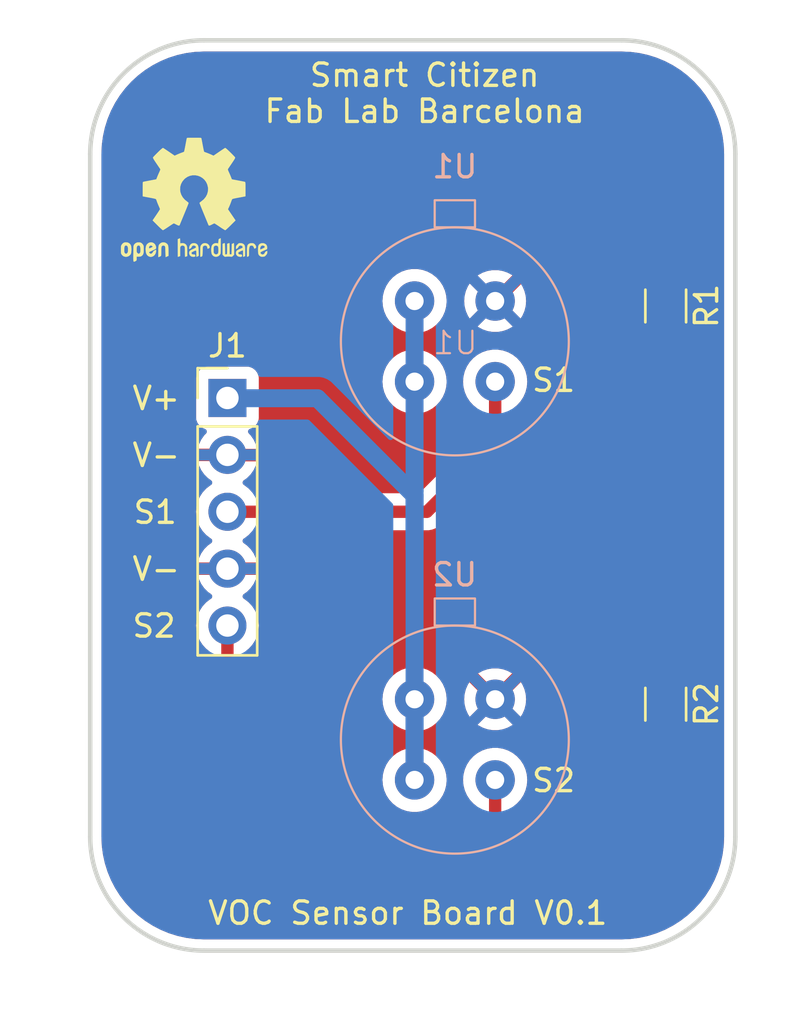
<source format=kicad_pcb>
(kicad_pcb (version 20240108) (generator "pcbnew") (generator_version "8.0")
  (layers (0 "F.Cu" signal) (31 "B.Cu" signal) (34 "B.Paste" user) (35 "F.Paste" user) (36 "B.SilkS" user "B.Silkscreen") (37 "F.SilkS" user "F.Silkscreen") (38 "B.Mask" user) (39 "F.Mask" user) (44 "Edge.Cuts" user))
  (net 0 "")
  (net 1 "Vin")
  (net 2 "GND")
  (net 3 "Vout1")
  (net 4 "Vout2")
  (footprint "Connector_PinHeader_2.54mm:PinHeader_1x05_P2.54mm_Vertical" (layer "F.Cu") (at 130.49 85.43825)
    (property "Reference" "J1" (at 0 -2.33 0) (layer "F.SilkS"))
    (property "Value" "Conn_01x05_Pin" (hide yes))
    (fp_line (start -1.33 -1.33) (end 0 -1.33) (stroke (width 0.12)) (layer "F.SilkS"))
    (fp_line (start -1.33 0) (end -1.33 -1.33) (stroke (width 0.12)) (layer "F.SilkS"))
    (fp_line (start -1.33 1.27) (end -1.33 11.49) (stroke (width 0.12)) (layer "F.SilkS"))
    (fp_line (start -1.33 1.27) (end 1.33 1.27) (stroke (width 0.12)) (layer "F.SilkS"))
    (fp_line (start -1.33 11.49) (end 1.33 11.49) (stroke (width 0.12)) (layer "F.SilkS"))
    (fp_line (start 1.33 1.27) (end 1.33 11.49) (stroke (width 0.12)) (layer "F.SilkS"))
    (pad "1" thru_hole rect (at 0 0) (size 1.7 1.7) (drill 1) (layers "*.Cu" "*.Mask") (net 1 "Vin"))
    (pad "2" thru_hole oval (at 0 2.54) (size 1.7 1.7) (drill 1) (layers "*.Cu" "*.Mask") (net 2 "GND"))
    (pad "3" thru_hole oval (at 0 5.08) (size 1.7 1.7) (drill 1) (layers "*.Cu" "*.Mask") (net 3 "Vout1"))
    (pad "4" thru_hole oval (at 0 7.62) (size 1.7 1.7) (drill 1) (layers "*.Cu" "*.Mask") (net 2 "GND"))
    (pad "5" thru_hole oval (at 0 10.16) (size 1.7 1.7) (drill 1) (layers "*.Cu" "*.Mask") (net 4 "Vout2"))
  )
  (footprint "Resistor_SMD:R_1206_3216Metric" (layer "F.Cu") (at 150.07 99.11 -90)
    (property "Reference" "R2" (at 0 -1.82 -90) (layer "F.SilkS"))
    (property "Value" "R_1206" (hide yes))
    (fp_line (start -0.727064 0.91) (end 0.727064 0.91) (stroke (width 0.12)) (layer "F.SilkS"))
    (fp_line (start -0.727064 -0.91) (end 0.727064 -0.91) (stroke (width 0.12)) (layer "F.SilkS"))
    (pad "1" smd roundrect (at -1.4625 0 270) (size 1.125 1.75) (layers "F.Cu" "F.Paste" "F.Mask") (roundrect_rratio 0.222222) (net 2 "GND"))
    (pad "2" smd roundrect (at 1.4625 0 270) (size 1.125 1.75) (layers "F.Cu" "F.Paste" "F.Mask") (roundrect_rratio 0.222222) (net 4 "Vout2"))
  )
  (footprint "fab:TGS-2600" (layer "F.Cu") (at 140.65 96.19)
    (property "Reference" "U2" (hide yes))
    (property "Value" "~" (hide yes))
    (fp_rect (start -0.9 -1.8) (end 0.9 -0.591168) (stroke (width 0.1)) (fill none) (layer "B.SilkS"))
    (fp_circle (center 0 4.5) (end 5.091169 4.5) (stroke (width 0.1)) (fill none) (layer "B.SilkS"))
    (fp_text user "${REFERENCE}" (at -0.01 -2.86 0) (layer "B.SilkS") (effects (justify mirror)))
    (pad "1" thru_hole circle (at 1.8 2.7) (size 1.76 1.76) (drill 0.81) (layers "*.Cu" "*.Mask") (net 2 "GND"))
    (pad "2" thru_hole circle (at 1.8 6.3) (size 1.76 1.76) (drill 0.81) (layers "*.Cu" "*.Mask") (net 4 "Vout2"))
    (pad "3" thru_hole circle (at -1.8 6.3) (size 1.76 1.76) (drill 0.81) (layers "*.Cu" "*.Mask") (net 1 "Vin"))
    (pad "4" thru_hole circle (at -1.8 2.7) (size 1.76 1.76) (drill 0.81) (layers "*.Cu" "*.Mask") (net 1 "Vin"))
  )
  (footprint "Resistor_SMD:R_1206_3216Metric" (layer "F.Cu") (at 150.07 81.33 -90)
    (property "Reference" "R1" (at 0 -1.82 -90) (layer "F.SilkS"))
    (property "Value" "R_1206" (hide yes))
    (fp_line (start -0.727064 0.91) (end 0.727064 0.91) (stroke (width 0.12)) (layer "F.SilkS"))
    (fp_line (start -0.727064 -0.91) (end 0.727064 -0.91) (stroke (width 0.12)) (layer "F.SilkS"))
    (pad "1" smd roundrect (at -1.4625 0 270) (size 1.125 1.75) (layers "F.Cu" "F.Paste" "F.Mask") (roundrect_rratio 0.222222) (net 2 "GND"))
    (pad "2" smd roundrect (at 1.4625 0 270) (size 1.125 1.75) (layers "F.Cu" "F.Paste" "F.Mask") (roundrect_rratio 0.222222) (net 3 "Vout1"))
  )
  (footprint "fab:TGS-2600" (layer "F.Cu") (at 140.65 78.41)
    (property "Reference" "U1" (at 0.02 4.57 0) (layer "B.SilkS") (effects (font (thickness 0.1)) (justify mirror)))
    (property "Value" "~" (hide yes))
    (fp_rect (start -0.9 -1.8) (end 0.9 -0.591168) (stroke (width 0.1)) (fill none) (layer "B.SilkS"))
    (fp_circle (center 0 4.5) (end 5.091169 4.5) (stroke (width 0.1)) (fill none) (layer "B.SilkS"))
    (fp_text user "${REFERENCE}" (at 0 -3.3 0) (layer "B.SilkS") (effects (justify mirror)))
    (pad "1" thru_hole circle (at 1.8 2.7) (size 1.76 1.76) (drill 0.81) (layers "*.Cu" "*.Mask") (net 2 "GND"))
    (pad "2" thru_hole circle (at 1.8 6.3) (size 1.76 1.76) (drill 0.81) (layers "*.Cu" "*.Mask") (net 3 "Vout1"))
    (pad "3" thru_hole circle (at -1.8 6.3) (size 1.76 1.76) (drill 0.81) (layers "*.Cu" "*.Mask") (net 1 "Vin"))
    (pad "4" thru_hole circle (at -1.8 2.7) (size 1.76 1.76) (drill 0.81) (layers "*.Cu" "*.Mask") (net 1 "Vin"))
  )
  (footprint "Symbol:OSHW-Logo2_7.3x6mm_SilkScreen" (layer "F.Cu") (at 129 76.58)
    (property "Reference" "REF**" (hide yes))
    (property "Value" "OSHW-Logo2_7.3x6mm_SilkScreen" (hide yes))
    (fp_poly (pts (xy 2.6526 1.958752) (xy 2.669948 1.966334) (xy 2.711356 1.999128) (xy 2.746765 2.046547) (xy 2.768664 2.097151) (xy 2.772229 2.122098) (xy 2.760279 2.156927) (xy 2.734067 2.175357) (xy 2.705964 2.186516) (xy 2.693095 2.188572) (xy 2.686829 2.173649) (xy 2.674456 2.141175) (xy 2.669028 2.126502) (xy 2.63859 2.075744) (xy 2.59452 2.050427) (xy 2.53801 2.051206) (xy 2.533825 2.052203) (xy 2.503655 2.066507) (xy 2.481476 2.094393) (xy 2.466327 2.139287) (xy 2.45725 2.204615) (xy 2.453286 2.293804) (xy 2.452914 2.341261) (xy 2.45273 2.416071) (xy 2.451522 2.467069) (xy 2.448309 2.499471) (xy 2.442109 2.518495) (xy 2.43194 2.529356) (xy 2.416819 2.537272) (xy 2.415946 2.53767) (xy 2.386828 2.549981) (xy 2.372403 2.554514) (xy 2.370186 2.540809) (xy 2.368289 2.502925) (xy 2.366847 2.445715) (xy 2.365998 2.374027) (xy 2.365829 2.321565) (xy 2.366692 2.220047) (xy 2.37007 2.143032) (xy 2.377142 2.086023) (xy 2.389088 2.044526) (xy 2.40709 2.014043) (xy 2.432327 1.99008) (xy 2.457247 1.973355) (xy 2.517171 1.951097) (xy 2.586911 1.946076) (xy 2.6526 1.958752)) (stroke (width 0.01)) (fill solid) (layer "F.SilkS"))
    (fp_poly (pts (xy -1.283907 1.92778) (xy -1.237328 1.954723) (xy -1.204943 1.981466) (xy -1.181258 2.009484) (xy -1.164941 2.043748) (xy -1.154661 2.089227) (xy -1.149086 2.150892) (xy -1.146884 2.233711) (xy -1.146629 2.293246) (xy -1.146629 2.512391) (xy -1.208314 2.540044) (xy -1.27 2.567697) (xy -1.277257 2.32767) (xy -1.280256 2.238028) (xy -1.283402 2.172962) (xy -1.287299 2.128026) (xy -1.292553 2.09877) (xy -1.299769 2.080748) (xy -1.30955 2.069511) (xy -1.312688 2.067079) (xy -1.360239 2.048083) (xy -1.408303 2.0556) (xy -1.436914 2.075543) (xy -1.448553 2.089675) (xy -1.456609 2.10822) (xy -1.461729 2.136334) (xy -1.464559 2.179173) (xy -1.465744 2.241895) (xy -1.465943 2.307261) (xy -1.465982 2.389268) (xy -1.467386 2.447316) (xy -1.472086 2.486465) (xy -1.482013 2.51178) (xy -1.499097 2.528323) (xy -1.525268 2.541156) (xy -1.560225 2.554491) (xy -1.598404 2.569007) (xy -1.593859 2.311389) (xy -1.592029 2.218519) (xy -1.589888 2.149889) (xy -1.586819 2.100711) (xy -1.582206 2.066198) (xy -1.575432 2.041562) (xy -1.565881 2.022016) (xy -1.554366 2.00477) (xy -1.49881 1.94968) (xy -1.43102 1.917822) (xy -1.357287 1.910191) (xy -1.283907 1.92778)) (stroke (width 0.01)) (fill solid) (layer "F.SilkS"))
    (fp_poly (pts (xy 0.529926 1.949755) (xy 0.595858 1.974084) (xy 0.649273 2.017117) (xy 0.670164 2.047409) (xy 0.692939 2.102994) (xy 0.692466 2.143186) (xy 0.668562 2.170217) (xy 0.659717 2.174813) (xy 0.62153 2.189144) (xy 0.602028 2.185472) (xy 0.595422 2.161407) (xy 0.595086 2.148114) (xy 0.582992 2.09921) (xy 0.551471 2.064999) (xy 0.507659 2.048476) (xy 0.458695 2.052634) (xy 0.418894 2.074227) (xy 0.40545 2.086544) (xy 0.395921 2.101487) (xy 0.389485 2.124075) (xy 0.385317 2.159328) (xy 0.382597 2.212266) (xy 0.380502 2.287907) (xy 0.37996 2.311857) (xy 0.377981 2.39379) (xy 0.375731 2.451455) (xy 0.372357 2.489608) (xy 0.367006 2.513004) (xy 0.358824 2.526398) (xy 0.346959 2.534545) (xy 0.339362 2.538144) (xy 0.307102 2.550452) (xy 0.288111 2.554514) (xy 0.281836 2.540948) (xy 0.278006 2.499934) (xy 0.2766 2.430999) (xy 0.277598 2.333669) (xy 0.277908 2.318657) (xy 0.280101 2.229859) (xy 0.282693 2.165019) (xy 0.286382 2.119067) (xy 0.291864 2.086935) (xy 0.299835 2.063553) (xy 0.310993 2.043852) (xy 0.31683 2.03541) (xy 0.350296 1.998057) (xy 0.387727 1.969003) (xy 0.392309 1.966467) (xy 0.459426 1.946443) (xy 0.529926 1.949755)) (stroke (width 0.01)) (fill solid) (layer "F.SilkS"))
    (fp_poly (pts (xy -0.624114 1.851289) (xy -0.619861 1.910613) (xy -0.614975 1.945572) (xy -0.608205 1.96082) (xy -0.598298 1.961015) (xy -0.595086 1.959195) (xy -0.552356 1.946015) (xy -0.496773 1.946785) (xy -0.440263 1.960333) (xy -0.404918 1.977861) (xy -0.368679 2.005861) (xy -0.342187 2.037549) (xy -0.324001 2.077813) (xy -0.312678 2.131543) (xy -0.306778 2.203626) (xy -0.304857 2.298951) (xy -0.304823 2.317237) (xy -0.3048 2.522646) (xy -0.350509 2.53858) (xy -0.382973 2.54942) (xy -0.400785 2.554468) (xy -0.401309 2.554514) (xy -0.403063 2.540828) (xy -0.404556 2.503076) (xy -0.405674 2.446224) (xy -0.406303 2.375234) (xy -0.4064 2.332073) (xy -0.406602 2.246973) (xy -0.407642 2.185981) (xy -0.410169 2.144177) (xy -0.414836 2.116642) (xy -0.422293 2.098456) (xy -0.433189 2.084698) (xy -0.439993 2.078073) (xy -0.486728 2.051375) (xy -0.537728 2.049375) (xy -0.583999 2.071955) (xy -0.592556 2.080107) (xy -0.605107 2.095436) (xy -0.613812 2.113618) (xy -0.619369 2.139909) (xy -0.622474 2.179562) (xy -0.623824 2.237832) (xy -0.624114 2.318173) (xy -0.624114 2.522646) (xy -0.669823 2.53858) (xy -0.702287 2.54942) (xy -0.720099 2.554468) (xy -0.720623 2.554514) (xy -0.721963 2.540623) (xy -0.723172 2.501439) (xy -0.724199 2.4407) (xy -0.724998 2.362141) (xy -0.725519 2.269498) (xy -0.725714 2.166509) (xy -0.725714 1.769342) (xy -0.678543 1.749444) (xy -0.631371 1.729547) (xy -0.624114 1.851289)) (stroke (width 0.01)) (fill solid) (layer "F.SilkS"))
    (fp_poly (pts (xy 1.779833 1.958663) (xy 1.782048 1.99685) (xy 1.783784 2.054886) (xy 1.784899 2.12818) (xy 1.785257 2.205055) (xy 1.785257 2.465196) (xy 1.739326 2.511127) (xy 1.707675 2.539429) (xy 1.67989 2.550893) (xy 1.641915 2.550168) (xy 1.62684 2.548321) (xy 1.579726 2.542948) (xy 1.540756 2.539869) (xy 1.531257 2.539585) (xy 1.499233 2.541445) (xy 1.453432 2.546114) (xy 1.435674 2.548321) (xy 1.392057 2.551735) (xy 1.362745 2.54432) (xy 1.33368 2.521427) (xy 1.323188 2.511127) (xy 1.277257 2.465196) (xy 1.277257 1.978602) (xy 1.314226 1.961758) (xy 1.346059 1.949282) (xy 1.364683 1.944914) (xy 1.369458 1.958718) (xy 1.373921 1.997286) (xy 1.377775 2.056356) (xy 1.380722 2.131663) (xy 1.382143 2.195286) (xy 1.386114 2.445657) (xy 1.420759 2.450556) (xy 1.452268 2.447131) (xy 1.467708 2.436041) (xy 1.472023 2.415308) (xy 1.475708 2.371145) (xy 1.478469 2.309146) (xy 1.480012 2.234909) (xy 1.480235 2.196706) (xy 1.480457 1.976783) (xy 1.526166 1.960849) (xy 1.558518 1.950015) (xy 1.576115 1.944962) (xy 1.576623 1.944914) (xy 1.578388 1.958648) (xy 1.580329 1.99673) (xy 1.582282 2.054482) (xy 1.584084 2.127227) (xy 1.585343 2.195286) (xy 1.589314 2.445657) (xy 1.6764 2.445657) (xy 1.680396 2.21724) (xy 1.684392 1.988822) (xy 1.726847 1.966868) (xy 1.758192 1.951793) (xy 1.776744 1.944951) (xy 1.777279 1.944914) (xy 1.779833 1.958663)) (stroke (width 0.01)) (fill solid) (layer "F.SilkS"))
    (fp_poly (pts (xy -2.958885 1.921962) (xy -2.890855 1.957733) (xy -2.840649 2.015301) (xy -2.822815 2.052312) (xy -2.808937 2.107882) (xy -2.801833 2.178096) (xy -2.80116 2.254727) (xy -2.806573 2.329552) (xy -2.81773 2.394342) (xy -2.834286 2.440873) (xy -2.839374 2.448887) (xy -2.899645 2.508707) (xy -2.971231 2.544535) (xy -3.048908 2.55502) (xy -3.127452 2.53881) (xy -3.149311 2.529092) (xy -3.191878 2.499143) (xy -3.229237 2.459433) (xy -3.232768 2.454397) (xy -3.247119 2.430124) (xy -3.256606 2.404178) (xy -3.26221 2.370022) (xy -3.264914 2.321119) (xy -3.265701 2.250935) (xy -3.265714 2.2352) (xy -3.265678 2.230192) (xy -3.120571 2.230192) (xy -3.119727 2.29643) (xy -3.116404 2.340386) (xy -3.109417 2.368779) (xy -3.097584 2.388325) (xy -3.091543 2.394857) (xy -3.056814 2.41968) (xy -3.023097 2.418548) (xy -2.989005 2.397016) (xy -2.968671 2.374029) (xy -2.956629 2.340478) (xy -2.949866 2.287569) (xy -2.949402 2.281399) (xy -2.948248 2.185513) (xy -2.960312 2.114299) (xy -2.98543 2.068194) (xy -3.02344 2.047635) (xy -3.037008 2.046514) (xy -3.072636 2.052152) (xy -3.097006 2.071686) (xy -3.111907 2.109042) (xy -3.119125 2.16815) (xy -3.120571 2.230192) (xy -3.265678 2.230192) (xy -3.265174 2.160413) (xy -3.262904 2.108159) (xy -3.257932 2.071949) (xy -3.249287 2.045299) (xy -3.235995 2.021722) (xy -3.233057 2.017338) (xy -3.183687 1.958249) (xy -3.129891 1.923947) (xy -3.064398 1.910331) (xy -3.042158 1.909665) (xy -2.958885 1.921962)) (stroke (width 0.01)) (fill solid) (layer "F.SilkS"))
    (fp_poly (pts (xy 3.153595 1.966966) (xy 3.211021 2.004497) (xy 3.238719 2.038096) (xy 3.260662 2.099064) (xy 3.262405 2.147308) (xy 3.258457 2.211816) (xy 3.109686 2.276934) (xy 3.037349 2.310202) (xy 2.990084 2.336964) (xy 2.965507 2.360144) (xy 2.961237 2.382667) (xy 2.974889 2.407455) (xy 2.989943 2.423886) (xy 3.033746 2.450235) (xy 3.081389 2.452081) (xy 3.125145 2.431546) (xy 3.157289 2.390752) (xy 3.163038 2.376347) (xy 3.190576 2.331356) (xy 3.222258 2.312182) (xy 3.265714 2.295779) (xy 3.265714 2.357966) (xy 3.261872 2.400283) (xy 3.246823 2.435969) (xy 3.21528 2.476943) (xy 3.210592 2.482267) (xy 3.175506 2.51872) (xy 3.145347 2.538283) (xy 3.107615 2.547283) (xy 3.076335 2.55023) (xy 3.020385 2.550965) (xy 2.980555 2.54166) (xy 2.955708 2.527846) (xy 2.916656 2.497467) (xy 2.889625 2.464613) (xy 2.872517 2.423294) (xy 2.863238 2.367521) (xy 2.859693 2.291305) (xy 2.85941 2.252622) (xy 2.860372 2.206247) (xy 2.948007 2.206247) (xy 2.949023 2.231126) (xy 2.951556 2.2352) (xy 2.968274 2.229665) (xy 3.004249 2.215017) (xy 3.052331 2.19419) (xy 3.062386 2.189714) (xy 3.123152 2.158814) (xy 3.156632 2.131657) (xy 3.16399 2.10622) (xy 3.146391 2.080481) (xy 3.131856 2.069109) (xy 3.07941 2.046364) (xy 3.030322 2.050122) (xy 2.989227 2.077884) (xy 2.960758 2.127152) (xy 2.951631 2.166257) (xy 2.948007 2.206247) (xy 2.860372 2.206247) (xy 2.861285 2.162249) (xy 2.868196 2.095384) (xy 2.881884 2.046695) (xy 2.904096 2.010849) (xy 2.936574 1.982513) (xy 2.950733 1.973355) (xy 3.015053 1.949507) (xy 3.085473 1.948006) (xy 3.153595 1.966966)) (stroke (width 0.01)) (fill solid) (layer "F.SilkS"))
    (fp_poly (pts (xy 1.190117 2.065358) (xy 1.189933 2.173837) (xy 1.189219 2.257287) (xy 1.187675 2.319704) (xy 1.185001 2.365085) (xy 1.180894 2.397429) (xy 1.175055 2.420733) (xy 1.167182 2.438995) (xy 1.161221 2.449418) (xy 1.111855 2.505945) (xy 1.049264 2.541377) (xy 0.980013 2.55409) (xy 0.910668 2.542463) (xy 0.869375 2.521568) (xy 0.826025 2.485422) (xy 0.796481 2.441276) (xy 0.778655 2.383462) (xy 0.770463 2.306313) (xy 0.769302 2.249714) (xy 0.769458 2.245647) (xy 0.870857 2.245647) (xy 0.871476 2.31055) (xy 0.874314 2.353514) (xy 0.88084 2.381622) (xy 0.892523 2.401953) (xy 0.906483 2.417288) (xy 0.953365 2.44689) (xy 1.003701 2.449419) (xy 1.051276 2.424705) (xy 1.054979 2.421356) (xy 1.070783 2.403935) (xy 1.080693 2.383209) (xy 1.086058 2.352362) (xy 1.088228 2.304577) (xy 1.088571 2.251748) (xy 1.087827 2.185381) (xy 1.084748 2.141106) (xy 1.078061 2.112009) (xy 1.066496 2.091173) (xy 1.057013 2.080107) (xy 1.01296 2.052198) (xy 0.962224 2.048843) (xy 0.913796 2.070159) (xy 0.90445 2.078073) (xy 0.88854 2.095647) (xy 0.87861 2.116587) (xy 0.873278 2.147782) (xy 0.871163 2.196122) (xy 0.870857 2.245647) (xy 0.769458 2.245647) (xy 0.77281 2.158568) (xy 0.784726 2.090086) (xy 0.807135 2.0386) (xy 0.842124 1.998443) (xy 0.869375 1.977861) (xy 0.918907 1.955625) (xy 0.976316 1.945304) (xy 1.029682 1.948067) (xy 1.059543 1.959212) (xy 1.071261 1.962383) (xy 1.079037 1.950557) (xy 1.084465 1.918866) (xy 1.088571 1.870593) (xy 1.093067 1.816829) (xy 1.099313 1.784482) (xy 1.110676 1.765985) (xy 1.130528 1.75377) (xy 1.143 1.748362) (xy 1.190171 1.728601) (xy 1.190117 2.065358)) (stroke (width 0.01)) (fill solid) (layer "F.SilkS"))
    (fp_poly (pts (xy -1.831697 1.931239) (xy -1.774473 1.969735) (xy -1.730251 2.025335) (xy -1.703833 2.096086) (xy -1.69849 2.148162) (xy -1.699097 2.169893) (xy -1.704178 2.186531) (xy -1.718145 2.201437) (xy -1.745411 2.217973) (xy -1.790388 2.239498) (xy -1.857489 2.269374) (xy -1.857829 2.269524) (xy -1.919593 2.297813) (xy -1.970241 2.322933) (xy -2.004596 2.342179) (xy -2.017482 2.352848) (xy -2.017486 2.352934) (xy -2.006128 2.376166) (xy -1.979569 2.401774) (xy -1.949077 2.420221) (xy -1.93363 2.423886) (xy -1.891485 2.411212) (xy -1.855192 2.379471) (xy -1.837483 2.344572) (xy -1.820448 2.318845) (xy -1.787078 2.289546) (xy -1.747851 2.264235) (xy -1.713244 2.250471) (xy -1.706007 2.249714) (xy -1.697861 2.26216) (xy -1.69737 2.293972) (xy -1.703357 2.336866) (xy -1.714643 2.382558) (xy -1.73005 2.422761) (xy -1.730829 2.424322) (xy -1.777196 2.489062) (xy -1.837289 2.533097) (xy -1.905535 2.554711) (xy -1.976362 2.552185) (xy -2.044196 2.523804) (xy -2.047212 2.521808) (xy -2.100573 2.473448) (xy -2.13566 2.410352) (xy -2.155078 2.327387) (xy -2.157684 2.304078) (xy -2.162299 2.194055) (xy -2.156767 2.142748) (xy -2.017486 2.142748) (xy -2.015676 2.174753) (xy -2.005778 2.184093) (xy -1.981102 2.177105) (xy -1.942205 2.160587) (xy -1.898725 2.139881) (xy -1.897644 2.139333) (xy -1.860791 2.119949) (xy -1.846 2.107013) (xy -1.849647 2.093451) (xy -1.865005 2.075632) (xy -1.904077 2.049845) (xy -1.946154 2.04795) (xy -1.983897 2.066717) (xy -2.009966 2.102915) (xy -2.017486 2.142748) (xy -2.156767 2.142748) (xy -2.152806 2.106027) (xy -2.12845 2.036212) (xy -2.094544 1.987302) (xy -2.033347 1.937878) (xy -1.965937 1.913359) (xy -1.89712 1.911797) (xy -1.831697 1.931239)) (stroke (width 0.01)) (fill solid) (layer "F.SilkS"))
    (fp_poly (pts (xy 0.039744 1.950968) (xy 0.096616 1.972087) (xy 0.097267 1.972493) (xy 0.13244 1.99838) (xy 0.158407 2.028633) (xy 0.17667 2.068058) (xy 0.188732 2.121462) (xy 0.196096 2.193651) (xy 0.200264 2.289432) (xy 0.200629 2.303078) (xy 0.205876 2.508842) (xy 0.161716 2.531678) (xy 0.129763 2.54711) (xy 0.11047 2.554423) (xy 0.109578 2.554514) (xy 0.106239 2.541022) (xy 0.103587 2.504626) (xy 0.101956 2.451452) (xy 0.1016 2.408393) (xy 0.101592 2.338641) (xy 0.098403 2.294837) (xy 0.087288 2.273944) (xy 0.063501 2.272925) (xy 0.022296 2.288741) (xy -0.039914 2.317815) (xy -0.085659 2.341963) (xy -0.109187 2.362913) (xy -0.116104 2.385747) (xy -0.116114 2.386877) (xy -0.104701 2.426212) (xy -0.070908 2.447462) (xy -0.019191 2.450539) (xy 0.018061 2.450006) (xy 0.037703 2.460735) (xy 0.049952 2.486505) (xy 0.057002 2.519337) (xy 0.046842 2.537966) (xy 0.043017 2.540632) (xy 0.007001 2.55134) (xy -0.043434 2.552856) (xy -0.095374 2.545759) (xy -0.132178 2.532788) (xy -0.183062 2.489585) (xy -0.211986 2.429446) (xy -0.217714 2.382462) (xy -0.213343 2.340082) (xy -0.197525 2.305488) (xy -0.166203 2.274763) (xy -0.115322 2.24399) (xy -0.040824 2.209252) (xy -0.036286 2.207288) (xy 0.030821 2.176287) (xy 0.072232 2.150862) (xy 0.089981 2.128014) (xy 0.086107 2.104745) (xy 0.062643 2.078056) (xy 0.055627 2.071914) (xy 0.00863 2.0481) (xy -0.040067 2.049103) (xy -0.082478 2.072451) (xy -0.110616 2.115675) (xy -0.113231 2.12416) (xy -0.138692 2.165308) (xy -0.170999 2.185128) (xy -0.217714 2.20477) (xy -0.217714 2.15395) (xy -0.203504 2.080082) (xy -0.161325 2.012327) (xy -0.139376 1.989661) (xy -0.089483 1.960569) (xy -0.026033 1.9474) (xy 0.039744 1.950968)) (stroke (width 0.01)) (fill solid) (layer "F.SilkS"))
    (fp_poly (pts (xy -2.400256 1.919918) (xy -2.344799 1.947568) (xy -2.295852 1.99848) (xy -2.282371 2.017338) (xy -2.267686 2.042015) (xy -2.258158 2.068816) (xy -2.252707 2.104587) (xy -2.250253 2.156169) (xy -2.249714 2.224267) (xy -2.252148 2.317588) (xy -2.260606 2.387657) (xy -2.276826 2.439931) (xy -2.302546 2.479869) (xy -2.339503 2.512929) (xy -2.342218 2.514886) (xy -2.37864 2.534908) (xy -2.422498 2.544815) (xy -2.478276 2.547257) (xy -2.568952 2.547257) (xy -2.56899 2.635283) (xy -2.569834 2.684308) (xy -2.574976 2.713065) (xy -2.588413 2.730311) (xy -2.614142 2.744808) (xy -2.620321 2.747769) (xy -2.649236 2.761648) (xy -2.671624 2.770414) (xy -2.688271 2.771171) (xy -2.699964 2.761023) (xy -2.70749 2.737073) (xy -2.711634 2.696426) (xy -2.713185 2.636186) (xy -2.712929 2.553455) (xy -2.711651 2.445339) (xy -2.711252 2.413) (xy -2.709815 2.301524) (xy -2.708528 2.228603) (xy -2.569029 2.228603) (xy -2.568245 2.290499) (xy -2.56476 2.330997) (xy -2.556876 2.357708) (xy -2.542895 2.378244) (xy -2.533403 2.38826) (xy -2.494596 2.417567) (xy -2.460237 2.419952) (xy -2.424784 2.39575) (xy -2.423886 2.394857) (xy -2.409461 2.376153) (xy -2.400687 2.350732) (xy -2.396261 2.311584) (xy -2.394882 2.251697) (xy -2.394857 2.23843) (xy -2.398188 2.155901) (xy -2.409031 2.098691) (xy -2.42866 2.063766) (xy -2.45835 2.048094) (xy -2.475509 2.046514) (xy -2.516234 2.053926) (xy -2.544168 2.07833) (xy -2.560983 2.12298) (xy -2.56835 2.19113) (xy -2.569029 2.228603) (xy -2.708528 2.228603) (xy -2.708292 2.215245) (xy -2.706323 2.150333) (xy -2.70355 2.102958) (xy -2.699612 2.06929) (xy -2.694151 2.045498) (xy -2.686808 2.027753) (xy -2.677223 2.012224) (xy -2.673113 2.006381) (xy -2.618595 1.951185) (xy -2.549664 1.91989) (xy -2.469928 1.911165) (xy -2.400256 1.919918)) (stroke (width 0.01)) (fill solid) (layer "F.SilkS"))
    (fp_poly (pts (xy 2.144876 1.956335) (xy 2.186667 1.975344) (xy 2.219469 1.998378) (xy 2.243503 2.024133) (xy 2.260097 2.057358) (xy 2.270577 2.1028) (xy 2.276271 2.165207) (xy 2.278507 2.249327) (xy 2.278743 2.304721) (xy 2.278743 2.520826) (xy 2.241774 2.53767) (xy 2.212656 2.549981) (xy 2.198231 2.554514) (xy 2.195472 2.541025) (xy 2.193282 2.504653) (xy 2.191942 2.451542) (xy 2.191657 2.409372) (xy 2.190434 2.348447) (xy 2.187136 2.300115) (xy 2.182321 2.270518) (xy 2.178496 2.264229) (xy 2.152783 2.270652) (xy 2.112418 2.287125) (xy 2.065679 2.309458) (xy 2.020845 2.333457) (xy 1.986193 2.35493) (xy 1.970002 2.369685) (xy 1.969938 2.369845) (xy 1.97133 2.397152) (xy 1.983818 2.423219) (xy 2.005743 2.444392) (xy 2.037743 2.451474) (xy 2.065092 2.450649) (xy 2.103826 2.450042) (xy 2.124158 2.459116) (xy 2.136369 2.483092) (xy 2.137909 2.487613) (xy 2.143203 2.521806) (xy 2.129047 2.542568) (xy 2.092148 2.552462) (xy 2.052289 2.554292) (xy 1.980562 2.540727) (xy 1.943432 2.521355) (xy 1.897576 2.475845) (xy 1.873256 2.419983) (xy 1.871073 2.360957) (xy 1.891629 2.305953) (xy 1.922549 2.271486) (xy 1.95342 2.252189) (xy 2.001942 2.227759) (xy 2.058485 2.202985) (xy 2.06791 2.199199) (xy 2.130019 2.171791) (xy 2.165822 2.147634) (xy 2.177337 2.123619) (xy 2.16658 2.096635) (xy 2.148114 2.075543) (xy 2.104469 2.049572) (xy 2.056446 2.047624) (xy 2.012406 2.067637) (xy 1.980709 2.107551) (xy 1.976549 2.117848) (xy 1.952327 2.155724) (xy 1.916965 2.183842) (xy 1.872343 2.206917) (xy 1.872343 2.141485) (xy 1.874969 2.101506) (xy 1.88623 2.069997) (xy 1.911199 2.036378) (xy 1.935169 2.010484) (xy 1.972441 1.973817) (xy 2.001401 1.954121) (xy 2.032505 1.94622) (xy 2.067713 1.944914) (xy 2.144876 1.956335)) (stroke (width 0.01)) (fill solid) (layer "F.SilkS"))
    (fp_poly (pts (xy 0.10391 -2.757652) (xy 0.182454 -2.757222) (xy 0.239298 -2.756058) (xy 0.278105 -2.753793) (xy 0.302538 -2.75006) (xy 0.316262 -2.744494) (xy 0.32294 -2.736727) (xy 0.326236 -2.726395) (xy 0.326556 -2.725057) (xy 0.331562 -2.700921) (xy 0.340829 -2.653299) (xy 0.353392 -2.587259) (xy 0.368287 -2.507872) (xy 0.384551 -2.420204) (xy 0.385119 -2.417125) (xy 0.40141 -2.331211) (xy 0.416652 -2.255304) (xy 0.429861 -2.193955) (xy 0.440054 -2.151718) (xy 0.446248 -2.133145) (xy 0.446543 -2.132816) (xy 0.464788 -2.123747) (xy 0.502405 -2.108633) (xy 0.551271 -2.090738) (xy 0.551543 -2.090642) (xy 0.613093 -2.067507) (xy 0.685657 -2.038035) (xy 0.754057 -2.008403) (xy 0.757294 -2.006938) (xy 0.868702 -1.956374) (xy 1.115399 -2.12484) (xy 1.191077 -2.176197) (xy 1.259631 -2.222111) (xy 1.317088 -2.25997) (xy 1.359476 -2.287163) (xy 1.382825 -2.301079) (xy 1.385042 -2.302111) (xy 1.40201 -2.297516) (xy 1.433701 -2.275345) (xy 1.481352 -2.234553) (xy 1.546198 -2.174095) (xy 1.612397 -2.109773) (xy 1.676214 -2.046388) (xy 1.733329 -1.988549) (xy 1.780305 -1.939825) (xy 1.813703 -1.90379) (xy 1.830085 -1.884016) (xy 1.830694 -1.882998) (xy 1.832505 -1.869428) (xy 1.825683 -1.847267) (xy 1.80854 -1.813522) (xy 1.779393 -1.7652) (xy 1.736555 -1.699308) (xy 1.679448 -1.614483) (xy 1.628766 -1.539823) (xy 1.583461 -1.47286) (xy 1.54615 -1.417484) (xy 1.519452 -1.37758) (xy 1.505985 -1.357038) (xy 1.505137 -1.355644) (xy 1.506781 -1.335962) (xy 1.519245 -1.297707) (xy 1.540048 -1.248111) (xy 1.547462 -1.232272) (xy 1.579814 -1.16171) (xy 1.614328 -1.081647) (xy 1.642365 -1.012371) (xy 1.662568 -0.960955) (xy 1.678615 -0.921881) (xy 1.687888 -0.901459) (xy 1.689041 -0.899886) (xy 1.706096 -0.897279) (xy 1.746298 -0.890137) (xy 1.804302 -0.879477) (xy 1.874763 -0.866315) (xy 1.952335 -0.851667) (xy 2.031672 -0.836551) (xy 2.107431 -0.821982) (xy 2.174264 -0.808978) (xy 2.226828 -0.798555) (xy 2.259776 -0.79173) (xy 2.267857 -0.789801) (xy 2.276205 -0.785038) (xy 2.282506 -0.774282) (xy 2.287045 -0.753902) (xy 2.290104 -0.720266) (xy 2.291967 -0.669745) (xy 2.292918 -0.598708) (xy 2.29324 -0.503524) (xy 2.293257 -0.464508) (xy 2.293257 -0.147201) (xy 2.217057 -0.132161) (xy 2.174663 -0.124005) (xy 2.1114 -0.112101) (xy 2.034962 -0.097884) (xy 1.953043 -0.08279) (xy 1.9304 -0.078645) (xy 1.854806 -0.063947) (xy 1.788953 -0.049495) (xy 1.738366 -0.036625) (xy 1.708574 -0.026678) (xy 1.703612 -0.023713) (xy 1.691426 -0.002717) (xy 1.673953 0.037967) (xy 1.654577 0.090322) (xy 1.650734 0.1016) (xy 1.625339 0.171523) (xy 1.593817 0.250418) (xy 1.562969 0.321266) (xy 1.562817 0.321595) (xy 1.511447 0.432733) (xy 1.680399 0.681253) (xy 1.849352 0.929772) (xy 1.632429 1.147058) (xy 1.566819 1.211726) (xy 1.506979 1.268733) (xy 1.456267 1.315033) (xy 1.418046 1.347584) (xy 1.395675 1.363343) (xy 1.392466 1.364343) (xy 1.373626 1.356469) (xy 1.33518 1.334578) (xy 1.28133 1.301267) (xy 1.216276 1.259131) (xy 1.14594 1.211943) (xy 1.074555 1.16381) (xy 1.010908 1.121928) (xy 0.959041 1.088871) (xy 0.922995 1.067218) (xy 0.906867 1.059543) (xy 0.887189 1.066037) (xy 0.849875 1.08315) (xy 0.802621 1.107326) (xy 0.797612 1.110013) (xy 0.733977 1.141927) (xy 0.690341 1.157579) (xy 0.663202 1.157745) (xy 0.649057 1.143204) (xy 0.648975 1.143) (xy 0.641905 1.125779) (xy 0.625042 1.084899) (xy 0.599695 1.023525) (xy 0.567171 0.944819) (xy 0.528778 0.851947) (xy 0.485822 0.748072) (xy 0.444222 0.647502) (xy 0.398504 0.536516) (xy 0.356526 0.433703) (xy 0.319548 0.342215) (xy 0.288827 0.265201) (xy 0.265622 0.205815) (xy 0.25119 0.167209) (xy 0.246743 0.1528) (xy 0.257896 0.136272) (xy 0.287069 0.10993) (xy 0.325971 0.080887) (xy 0.436757 -0.010961) (xy 0.523351 -0.116241) (xy 0.584716 -0.232734) (xy 0.619815 -0.358224) (xy 0.627608 -0.490493) (xy 0.621943 -0.551543) (xy 0.591078 -0.678205) (xy 0.53792 -0.790059) (xy 0.465767 -0.885999) (xy 0.377917 -0.964924) (xy 0.277665 -1.02573) (xy 0.16831 -1.067313) (xy 0.053147 -1.088572) (xy -0.064525 -1.088401) (xy -0.18141 -1.065699) (xy -0.294211 -1.019362) (xy -0.399631 -0.948287) (xy -0.443632 -0.908089) (xy -0.528021 -0.804871) (xy -0.586778 -0.692075) (xy -0.620296 -0.57299) (xy -0.628965 -0.450905) (xy -0.613177 -0.329107) (xy -0.573322 -0.210884) (xy -0.509793 -0.099525) (xy -0.422979 0.001684) (xy -0.325971 0.080887) (xy -0.285563 0.111162) (xy -0.257018 0.137219) (xy -0.246743 0.152825) (xy -0.252123 0.169843) (xy -0.267425 0.2105) (xy -0.291388 0.271642) (xy -0.322756 0.350119) (xy -0.360268 0.44278) (xy -0.402667 0.546472) (xy -0.444337 0.647526) (xy -0.49031 0.758607) (xy -0.532893 0.861541) (xy -0.570779 0.953165) (xy -0.60266 1.030316) (xy -0.627229 1.089831) (xy -0.64318 1.128544) (xy -0.64909 1.143) (xy -0.663052 1.157685) (xy -0.69006 1.157642) (xy -0.733587 1.142099) (xy -0.79711 1.110284) (xy -0.797612 1.110013) (xy -0.84544 1.085323) (xy -0.884103 1.067338) (xy -0.905905 1.059614) (xy -0.906867 1.059543) (xy -0.923279 1.067378) (xy -0.959513 1.089165) (xy -1.011526 1.122328) (xy -1.075275 1.164291) (xy -1.14594 1.211943) (xy -1.217884 1.260191) (xy -1.282726 1.302151) (xy -1.336265 1.335227) (xy -1.374303 1.356821) (xy -1.392467 1.364343) (xy -1.409192 1.354457) (xy -1.44282 1.326826) (xy -1.48999 1.284495) (xy -1.547342 1.230505) (xy -1.611516 1.167899) (xy -1.632503 1.146983) (xy -1.849501 0.929623) (xy -1.684332 0.68722) (xy -1.634136 0.612781) (xy -1.590081 0.545972) (xy -1.554638 0.490665) (xy -1.530281 0.450729) (xy -1.519478 0.430036) (xy -1.519162 0.428563) (xy -1.524857 0.409058) (xy -1.540174 0.369822) (xy -1.562463 0.31743) (xy -1.578107 0.282355) (xy -1.607359 0.215201) (xy -1.634906 0.147358) (xy -1.656263 0.090034) (xy -1.662065 0.072572) (xy -1.678548 0.025938) (xy -1.69466 -0.010095) (xy -1.70351 -0.023713) (xy -1.72304 -0.032048) (xy -1.765666 -0.043863) (xy -1.825855 -0.057819) (xy -1.898078 -0.072578) (xy -1.9304 -0.078645) (xy -2.012478 -0.093727) (xy -2.091205 -0.108331) (xy -2.158891 -0.12102) (xy -2.20784 -0.130358) (xy -2.217057 -0.132161) (xy -2.293257 -0.147201) (xy -2.293257 -0.464508) (xy -2.293086 -0.568846) (xy -2.292384 -0.647787) (xy -2.290866 -0.704962) (xy -2.288251 -0.744001) (xy -2.284254 -0.768535) (xy -2.278591 -0.782195) (xy -2.27098 -0.788611) (xy -2.267857 -0.789801) (xy -2.249022 -0.79402) (xy -2.207412 -0.802438) (xy -2.14837 -0.814039) (xy -2.077243 -0.827805) (xy -1.999375 -0.84272) (xy -1.920113 -0.857768) (xy -1.844802 -0.871931) (xy -1.778787 -0.884194) (xy -1.727413 -0.893539) (xy -1.696025 -0.89895) (xy -1.689041 -0.899886) (xy -1.682715 -0.912404) (xy -1.66871 -0.945754) (xy -1.649645 -0.993623) (xy -1.642366 -1.012371) (xy -1.613004 -1.084805) (xy -1.578429 -1.16483) (xy -1.547463 -1.232272) (xy -1.524677 -1.283841) (xy -1.509518 -1.326215) (xy -1.504458 -1.352166) (xy -1.505264 -1.355644) (xy -1.515959 -1.372064) (xy -1.54038 -1.408583) (xy -1.575905 -1.461313) (xy -1.619913 -1.526365) (xy -1.669783 -1.599849) (xy -1.679644 -1.614355) (xy -1.737508 -1.700296) (xy -1.780044 -1.765739) (xy -1.808946 -1.813696) (xy -1.82591 -1.84718) (xy -1.832633 -1.869205) (xy -1.83081 -1.882783) (xy -1.830764 -1.882869) (xy -1.816414 -1.900703) (xy -1.784677 -1.935183) (xy -1.73899 -1.982732) (xy -1.682796 -2.039778) (xy -1.619532 -2.102745) (xy -1.612398 -2.109773) (xy -1.53267 -2.18698) (xy -1.471143 -2.24367) (xy -1.426579 -2.28089) (xy -1.397743 -2.299685) (xy -1.385042 -2.302111) (xy -1.366506 -2.291529) (xy -1.328039 -2.267084) (xy -1.273614 -2.231388) (xy -1.207202 -2.187053) (xy -1.132775 -2.136689) (xy -1.115399 -2.12484) (xy -0.868703 -1.956374) (xy -0.757294 -2.006938) (xy -0.689543 -2.036405) (xy -0.616817 -2.066041) (xy -0.554297 -2.08967) (xy -0.551543 -2.090642) (xy -0.50264 -2.108543) (xy -0.464943 -2.12368) (xy -0.446575 -2.13279) (xy -0.446544 -2.132816) (xy -0.440715 -2.149283) (xy -0.430808 -2.189781) (xy -0.417805 -2.249758) (xy -0.402691 -2.32466) (xy -0.386448 -2.409936) (xy -0.385119 -2.417125) (xy -0.368825 -2.504986) (xy -0.353867 -2.58474) (xy -0.341209 -2.651319) (xy -0.331814 -2.699653) (xy -0.326646 -2.724675) (xy -0.326556 -2.725057) (xy -0.323411 -2.735701) (xy -0.317296 -2.743738) (xy -0.304547 -2.749533) (xy -0.2815 -2.753453) (xy -0.244491 -2.755865) (xy -0.189856 -2.757135) (xy -0.113933 -2.757629) (xy -0.013056 -2.757714) (xy 0 -2.757714) (xy 0.10391 -2.757652)) (stroke (width 0.01)) (fill solid) (layer "F.SilkS"))
  )
  (gr_arc (start 124.360002 74.55) (mid 125.8479 70.957898) (end 129.440002 69.47) (stroke (width 0.2)) (layer "Edge.Cuts"))
  (gr_line (start 153.180002 74.55) (end 153.18 105.03) (stroke (width 0.2)) (layer "Edge.Cuts"))
  (gr_line (start 129.440002 69.47) (end 148.100002 69.47) (stroke (width 0.2)) (layer "Edge.Cuts"))
  (gr_arc (start 148.100002 69.47) (mid 151.692104 70.957898) (end 153.180002 74.55) (stroke (width 0.2)) (layer "Edge.Cuts"))
  (gr_line (start 124.36 105.03) (end 124.360002 74.55) (stroke (width 0.2)) (layer "Edge.Cuts"))
  (gr_line (start 148.1 110.11) (end 129.44 110.11) (stroke (width 0.2)) (layer "Edge.Cuts"))
  (gr_arc (start 153.18 105.03) (mid 151.692102 108.622102) (end 148.1 110.11) (stroke (width 0.2)) (layer "Edge.Cuts"))
  (gr_arc (start 129.44 110.11) (mid 125.847898 108.622102) (end 124.36 105.03) (stroke (width 0.2)) (layer "Edge.Cuts"))
  (gr_text "S1" (at 144.01 85.23 0) (layer "F.SilkS") (effects (font (size 1 1)) (justify left bottom)))
  (gr_text "V+" (at 126.16 86.04 0) (layer "F.SilkS") (effects (font (size 1 1)) (justify left bottom)))
  (gr_text "S1" (at 126.21 91.12 0) (layer "F.SilkS") (effects (font (size 1 1)) (justify left bottom)))
  (gr_text "VOC Sensor Board V0.1" (at 129.54 109.02 0) (layer "F.SilkS") (effects (font (size 1 1)) (justify left bottom)))
  (gr_text "S2" (at 126.16 96.2 0) (layer "F.SilkS") (effects (font (size 1 1)) (justify left bottom)))
  (gr_text "Smart Citizen\nFab Lab Barcelona" (at 139.3 73.22 0) (layer "F.SilkS") (effects (font (size 1 1)) (justify bottom)))
  (gr_text "V-" (at 126.16 93.66 0) (layer "F.SilkS") (effects (font (size 1 1)) (justify left bottom)))
  (gr_text "S2" (at 144.01 103.1 0) (layer "F.SilkS") (effects (font (size 1 1)) (justify left bottom)))
  (gr_text "V-" (at 126.16 88.58 0) (layer "F.SilkS") (effects (font (size 1 1)) (justify left bottom)))
  (segment (start 138.85 92.17) (end 138.85 89.59) (width 0.8) (layer "B.Cu") (net 1))
  (segment (start 138.83 89.57) (end 138.85 89.55) (width 0.8) (layer "B.Cu") (net 1))
  (segment (start 138.85 84.71) (end 138.85 81.11) (width 0.8) (layer "B.Cu") (net 1))
  (segment (start 138.85 89.55) (end 138.85 84.71) (width 0.8) (layer "B.Cu") (net 1))
  (segment (start 138.85 89.59) (end 138.83 89.57) (width 0.8) (layer "B.Cu") (net 1))
  (segment (start 138.85 102.49) (end 138.85 92.17) (width 0.8) (layer "B.Cu") (net 1))
  (segment (start 138.85 92.17) (end 138.85 89.79) (width 0.8) (layer "B.Cu") (net 1))
  (segment (start 134.51 85.45) (end 130.49 85.45) (width 0.8) (layer "B.Cu") (net 1))
  (segment (start 138.85 102.49) (end 138.85 98.89) (width 0.8) (layer "B.Cu") (net 1))
  (segment (start 138.85 89.79) (end 134.51 85.45) (width 0.8) (layer "B.Cu") (net 1))
  (segment (start 150.09 96.21) (end 152.13 94.17) (width 0.55) (layer "F.Cu") (net 2))
  (segment (start 150.07 78.41) (end 149.03 77.37) (width 0.55) (layer "F.Cu") (net 2))
  (segment (start 138.20825 93.05825) (end 141.27 96.12) (width 0.55) (layer "F.Cu") (net 2))
  (segment (start 134.33 75.97) (end 134.33 86.47) (width 0.55) (layer "F.Cu") (net 2))
  (segment (start 134.33 86.47) (end 132.81 87.99) (width 0.55) (layer "F.Cu") (net 2))
  (segment (start 149.03 77.37) (end 144.53 77.37) (width 0.55) (layer "F.Cu") (net 2))
  (segment (start 150.07 79.61) (end 150.07 78.41) (width 0.55) (layer "F.Cu") (net 2))
  (segment (start 150.07 97.41) (end 150.07 96.21) (width 0.55) (layer "F.Cu") (net 2))
  (segment (start 146.16 95.17) (end 142.45 98.88) (width 0.55) (layer "F.Cu") (net 2))
  (segment (start 130.49 87.99) (end 132.75 87.99) (width 0.55) (layer "F.Cu") (net 2))
  (segment (start 130.49 87.97825) (end 128.99175 87.97825) (width 0.55) (layer "F.Cu") (net 2))
  (segment (start 152.13 94.17) (end 152.13 80.27) (width 0.55) (layer "F.Cu") (net 2))
  (segment (start 127.5 89.47) (end 127.5 91.68) (width 0.55) (layer "F.Cu") (net 2))
  (segment (start 152.13 80.27) (end 151.49 79.63) (width 0.55) (layer "F.Cu") (net 2))
  (segment (start 128.87825 93.05825) (end 138.20825 93.05825) (width 0.55) (layer "F.Cu") (net 2))
  (segment (start 127.5 91.68) (end 128.87825 93.05825) (width 0.55) (layer "F.Cu") (net 2))
  (segment (start 144.53 77.37) (end 143.71 78.19) (width 0.55) (layer "F.Cu") (net 2))
  (segment (start 143.71 78.19) (end 143.71 79.86) (width 0.55) (layer "F.Cu") (net 2))
  (segment (start 143.13 75.97) (end 134.33 75.97) (width 0.55) (layer "F.Cu") (net 2))
  (segment (start 150.07 96.21) (end 149.03 95.17) (width 0.55) (layer "F.Cu") (net 2))
  (segment (start 143.71 79.86) (end 142.48 81.09) (width 0.55) (layer "F.Cu") (net 2))
  (segment (start 142.48 81.09) (end 142.45 81.09) (width 0.55) (layer "F.Cu") (net 2))
  (segment (start 128.99175 87.97825) (end 127.5 89.47) (width 0.55) (layer "F.Cu") (net 2))
  (segment (start 151.49 79.63) (end 150.07 79.63) (width 0.55) (layer "F.Cu") (net 2))
  (segment (start 132.81 87.99) (end 130.49 87.99) (width 0.55) (layer "F.Cu") (net 2))
  (segment (start 141.27 96.12) (end 141.27 97.71) (width 0.55) (layer "F.Cu") (net 2))
  (segment (start 144.53 77.37) (end 143.13 75.97) (width 0.55) (layer "F.Cu") (net 2))
  (segment (start 150.07 96.21) (end 150.09 96.21) (width 0.55) (layer "F.Cu") (net 2))
  (segment (start 141.27 97.71) (end 142.45 98.89) (width 0.55) (layer "F.Cu") (net 2))
  (segment (start 149.03 95.17) (end 146.16 95.17) (width 0.55) (layer "F.Cu") (net 2))
  (segment (start 142.45 98.88) (end 142.45 98.89) (width 0.55) (layer "F.Cu") (net 2))
  (segment (start 148.43 87.47) (end 150.07 85.83) (width 0.55) (layer "F.Cu") (net 3))
  (segment (start 139.40175 90.51825) (end 142.45 87.47) (width 0.55) (layer "F.Cu") (net 3))
  (segment (start 145.23 87.47) (end 148.43 87.47) (width 0.55) (layer "F.Cu") (net 3))
  (segment (start 130.49 90.51825) (end 139.40175 90.51825) (width 0.55) (layer "F.Cu") (net 3))
  (segment (start 142.45 87.47) (end 145.23 87.47) (width 0.55) (layer "F.Cu") (net 3))
  (segment (start 142.45 84.71) (end 142.45 87.47) (width 0.55) (layer "F.Cu") (net 3))
  (segment (start 150.07 85.83) (end 150.07 83.01) (width 0.55) (layer "F.Cu") (net 3))
  (segment (start 142.45 87.25) (end 142.45 84.71) (width 0.55) (layer "F.Cu") (net 3))
  (segment (start 142.45 104.81) (end 142.49 104.85) (width 0.55) (layer "F.Cu") (net 4))
  (segment (start 148.85 104.85) (end 150.07 103.63) (width 0.55) (layer "F.Cu") (net 4))
  (segment (start 130.49 95.59825) (end 130.49 104.05) (width 0.55) (layer "F.Cu") (net 4))
  (segment (start 142.45 104.34) (end 142.45 102.49) (width 0.55) (layer "F.Cu") (net 4))
  (segment (start 142.49 104.85) (end 148.85 104.85) (width 0.55) (layer "F.Cu") (net 4))
  (segment (start 150.07 103.63) (end 150.07 100.81) (width 0.55) (layer "F.Cu") (net 4))
  (segment (start 130.49 104.05) (end 132.88 106.44) (width 0.55) (layer "F.Cu") (net 4))
  (segment (start 142.45 104.81) (end 142.45 104.34) (width 0.55) (layer "F.Cu") (net 4))
  (segment (start 132.88 106.44) (end 140.82 106.44) (width 0.55) (layer "F.Cu") (net 4))
  (segment (start 140.82 106.44) (end 142.45 104.81) (width 0.55) (layer "F.Cu") (net 4))
  (zone (net 2) (net_name "GND") (layer "F.Cu") (connect_pads (clearance 0.5)) (min_thickness 0.25) (fill yes (thermal_gap 0.5) (thermal_bridge_width 0.5))
    (polygon (pts (xy 120.33 67.67) (xy 155.89 67.67) (xy 155.89 113.39) (xy 120.33 113.39)))
  )
  (zone (net 2) (net_name "GND") (layer "B.Cu") (priority 1) (connect_pads (clearance 0.5)) (min_thickness 0.25) (fill yes (thermal_gap 0.5) (thermal_bridge_width 0.5))
    (polygon (pts (xy 120.33 67.67) (xy 155.89 67.67) (xy 155.89 113.39) (xy 120.33 113.39)))
  )
)
</source>
